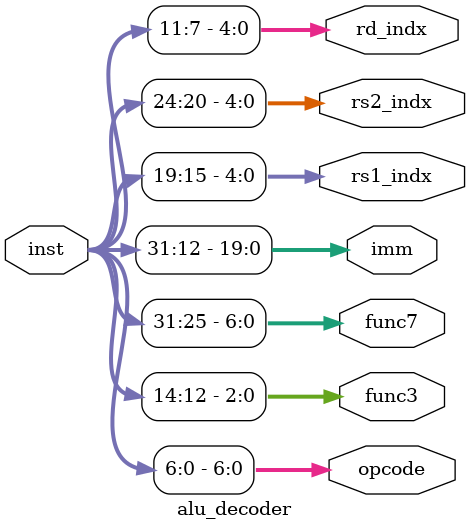
<source format=v>
module alu_decoder(

    input               [31:0]  inst,   // instruction
   
    output      reg     [6:0]   opcode,
    output      reg     [2:0]   func3,
    output      reg     [6:0]   func7,

    output      reg     [19:0]  imm,

    output      reg     [4:0]   rs1_indx,
    output      reg     [4:0]   rs2_indx,
    output      reg     [4:0]   rd_indx

);

always @ *
begin   
     opcode = inst[6:0];
     func3  = inst[14:12];
     func7  = inst[31:25];

     imm    = inst[31:12];

     rs1_indx    = inst[19:15];
     rs2_indx    = inst[24:20];
     rd_indx     = inst[11:7];
end


endmodule


</source>
